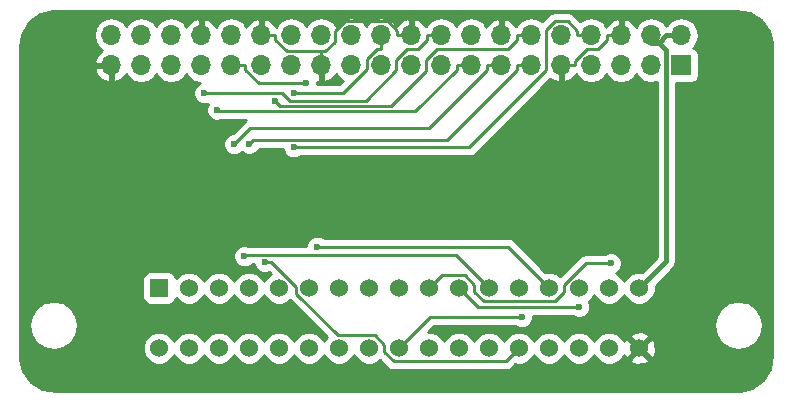
<source format=gtl>
G04 #@! TF.FileFunction,Copper,L1,Top,Signal*
%FSLAX46Y46*%
G04 Gerber Fmt 4.6, Leading zero omitted, Abs format (unit mm)*
G04 Created by KiCad (PCBNEW 4.0.7) date 03/27/18 21:51:39*
%MOMM*%
%LPD*%
G01*
G04 APERTURE LIST*
%ADD10C,0.100000*%
%ADD11R,1.524000X1.524000*%
%ADD12C,1.524000*%
%ADD13R,1.700000X1.700000*%
%ADD14O,1.700000X1.700000*%
%ADD15C,0.600000*%
%ADD16C,0.400000*%
%ADD17C,0.250000*%
%ADD18C,0.254000*%
G04 APERTURE END LIST*
D10*
D11*
X133350000Y-111760000D03*
D12*
X133350000Y-116840000D03*
X135890000Y-111760000D03*
X135890000Y-116840000D03*
X138430000Y-111760000D03*
X138430000Y-116840000D03*
X140970000Y-111760000D03*
X140970000Y-116840000D03*
X143510000Y-111760000D03*
X143510000Y-116840000D03*
X146050000Y-111760000D03*
X146050000Y-116840000D03*
X148590000Y-111760000D03*
X148590000Y-116840000D03*
X151130000Y-111760000D03*
X151130000Y-116840000D03*
X153670000Y-111760000D03*
X153670000Y-116840000D03*
X156210000Y-111760000D03*
X156210000Y-116840000D03*
X158750000Y-111760000D03*
X158750000Y-116840000D03*
X161290000Y-111760000D03*
X161290000Y-116840000D03*
X163830000Y-111760000D03*
X163830000Y-116840000D03*
X166370000Y-111760000D03*
X166370000Y-116840000D03*
X168910000Y-111760000D03*
X168910000Y-116840000D03*
X171450000Y-111760000D03*
X171450000Y-116840000D03*
X173990000Y-111760000D03*
X173990000Y-116840000D03*
D13*
X177546000Y-92887800D03*
D14*
X177546000Y-90347800D03*
X175006000Y-92887800D03*
X175006000Y-90347800D03*
X172466000Y-92887800D03*
X172466000Y-90347800D03*
X169926000Y-92887800D03*
X169926000Y-90347800D03*
X167386000Y-92887800D03*
X167386000Y-90347800D03*
X164846000Y-92887800D03*
X164846000Y-90347800D03*
X162306000Y-92887800D03*
X162306000Y-90347800D03*
X159766000Y-92887800D03*
X159766000Y-90347800D03*
X157226000Y-92887800D03*
X157226000Y-90347800D03*
X154686000Y-92887800D03*
X154686000Y-90347800D03*
X152146000Y-92887800D03*
X152146000Y-90347800D03*
X149606000Y-92887800D03*
X149606000Y-90347800D03*
X147066000Y-92887800D03*
X147066000Y-90347800D03*
X144526000Y-92887800D03*
X144526000Y-90347800D03*
X141986000Y-92887800D03*
X141986000Y-90347800D03*
X139446000Y-92887800D03*
X139446000Y-90347800D03*
X136906000Y-92887800D03*
X136906000Y-90347800D03*
X134366000Y-92887800D03*
X134366000Y-90347800D03*
X131826000Y-92887800D03*
X131826000Y-90347800D03*
X129286000Y-92887800D03*
X129286000Y-90347800D03*
D15*
X144736000Y-99830000D03*
X139709600Y-99570200D03*
X143174400Y-95905100D03*
X138245200Y-96677500D03*
X137143700Y-95258700D03*
X140978300Y-99539600D03*
X145766000Y-94396900D03*
X171614400Y-109655300D03*
X168920000Y-113328500D03*
X140576500Y-109056000D03*
X146735800Y-108241700D03*
X164075400Y-114224100D03*
X142284500Y-109549800D03*
X144751400Y-95276000D03*
D16*
X175006000Y-90347800D02*
X175006000Y-90972900D01*
X177546000Y-90347800D02*
X176295700Y-90347800D01*
X176295600Y-109454400D02*
X173990000Y-111760000D01*
X176295600Y-91597900D02*
X176295600Y-109454400D01*
X175670600Y-90972900D02*
X176295600Y-91597900D01*
X175006000Y-90972900D02*
X175670600Y-90972900D01*
X175670600Y-90972900D02*
X176295700Y-90347800D01*
D17*
X153510700Y-89980400D02*
X153510700Y-90347800D01*
X152702800Y-89172500D02*
X153510700Y-89980400D01*
X149100000Y-89172500D02*
X152702800Y-89172500D01*
X148241300Y-90031200D02*
X149100000Y-89172500D01*
X148241300Y-90904600D02*
X148241300Y-90031200D01*
X147433400Y-91712500D02*
X148241300Y-90904600D01*
X147066000Y-91712500D02*
X147433400Y-91712500D01*
X147066000Y-92887800D02*
X147066000Y-91712500D01*
X154686000Y-90347800D02*
X153510700Y-90347800D01*
X144158700Y-91712500D02*
X147066000Y-91712500D01*
X143161300Y-90715100D02*
X144158700Y-91712500D01*
X143161300Y-90347800D02*
X143161300Y-90715100D01*
X141986000Y-90347800D02*
X143161300Y-90347800D01*
X171290700Y-90715200D02*
X171290700Y-90347800D01*
X170482800Y-91523100D02*
X171290700Y-90715200D01*
X169558600Y-91523100D02*
X170482800Y-91523100D01*
X168561300Y-92520400D02*
X169558600Y-91523100D01*
X168561300Y-92887800D02*
X168561300Y-92520400D01*
X167386000Y-92887800D02*
X168561300Y-92887800D01*
X172466000Y-90347800D02*
X171290700Y-90347800D01*
X159615400Y-99830000D02*
X144736000Y-99830000D01*
X166116000Y-93329400D02*
X159615400Y-99830000D01*
X166116000Y-89882500D02*
X166116000Y-93329400D01*
X166840700Y-89157800D02*
X166116000Y-89882500D01*
X167928000Y-89157800D02*
X166840700Y-89157800D01*
X168750700Y-89980500D02*
X167928000Y-89157800D01*
X168750700Y-90347800D02*
X168750700Y-89980500D01*
X169926000Y-90347800D02*
X168750700Y-90347800D01*
X141067200Y-98212600D02*
X139709600Y-99570200D01*
X156173200Y-98212600D02*
X141067200Y-98212600D01*
X161130700Y-93255100D02*
X156173200Y-98212600D01*
X161130700Y-92887800D02*
X161130700Y-93255100D01*
X162306000Y-92887800D02*
X161130700Y-92887800D01*
X164846000Y-90347800D02*
X163670700Y-90347800D01*
X163670700Y-90715200D02*
X163670700Y-90347800D01*
X162862800Y-91523100D02*
X163670700Y-90715200D01*
X156889700Y-91523100D02*
X162862800Y-91523100D01*
X155956000Y-92456800D02*
X156889700Y-91523100D01*
X155956000Y-93360500D02*
X155956000Y-92456800D01*
X152961100Y-96355400D02*
X155956000Y-93360500D01*
X143624700Y-96355400D02*
X152961100Y-96355400D01*
X143174400Y-95905100D02*
X143624700Y-96355400D01*
X159766000Y-92887800D02*
X158590700Y-92887800D01*
X138373400Y-96805700D02*
X138245200Y-96677500D01*
X155040200Y-96805700D02*
X138373400Y-96805700D01*
X158590700Y-93255200D02*
X155040200Y-96805700D01*
X158590700Y-92887800D02*
X158590700Y-93255200D01*
X143759200Y-95258700D02*
X137143700Y-95258700D01*
X144403700Y-95903200D02*
X143759200Y-95258700D01*
X150822200Y-95903200D02*
X144403700Y-95903200D01*
X153416000Y-93309400D02*
X150822200Y-95903200D01*
X153416000Y-92456800D02*
X153416000Y-93309400D01*
X154349700Y-91523100D02*
X153416000Y-92456800D01*
X155242800Y-91523100D02*
X154349700Y-91523100D01*
X156050700Y-90715200D02*
X155242800Y-91523100D01*
X156050700Y-90347800D02*
X156050700Y-90715200D01*
X157226000Y-90347800D02*
X156050700Y-90347800D01*
X164846000Y-92887800D02*
X163670700Y-92887800D01*
X141313200Y-99204700D02*
X140978300Y-99539600D01*
X157721100Y-99204700D02*
X141313200Y-99204700D01*
X163670700Y-93255100D02*
X157721100Y-99204700D01*
X163670700Y-92887800D02*
X163670700Y-93255100D01*
X141763100Y-94396900D02*
X145766000Y-94396900D01*
X140621300Y-93255100D02*
X141763100Y-94396900D01*
X140621300Y-92887800D02*
X140621300Y-93255100D01*
X139446000Y-92887800D02*
X140621300Y-92887800D01*
X157306000Y-110664000D02*
X156210000Y-111760000D01*
X159207200Y-110664000D02*
X157306000Y-110664000D01*
X160020000Y-111476800D02*
X159207200Y-110664000D01*
X160020000Y-112060000D02*
X160020000Y-111476800D01*
X160831200Y-112871200D02*
X160020000Y-112060000D01*
X166848900Y-112871200D02*
X160831200Y-112871200D01*
X167640000Y-112080100D02*
X166848900Y-112871200D01*
X167640000Y-111483100D02*
X167640000Y-112080100D01*
X169467800Y-109655300D02*
X167640000Y-111483100D01*
X171614400Y-109655300D02*
X169467800Y-109655300D01*
X160318500Y-113328500D02*
X168920000Y-113328500D01*
X158750000Y-111760000D02*
X160318500Y-113328500D01*
X140708000Y-108924500D02*
X140576500Y-109056000D01*
X158454500Y-108924500D02*
X140708000Y-108924500D01*
X161290000Y-111760000D02*
X158454500Y-108924500D01*
X162851700Y-108241700D02*
X166370000Y-111760000D01*
X146735800Y-108241700D02*
X162851700Y-108241700D01*
X156285900Y-114224100D02*
X164075400Y-114224100D01*
X153670000Y-116840000D02*
X156285900Y-114224100D01*
X142853500Y-109549800D02*
X142284500Y-109549800D01*
X144962600Y-111658900D02*
X142853500Y-109549800D01*
X144962600Y-112215300D02*
X144962600Y-111658900D01*
X148499900Y-115752600D02*
X144962600Y-112215300D01*
X151613100Y-115752600D02*
X148499900Y-115752600D01*
X152400000Y-116539500D02*
X151613100Y-115752600D01*
X152400000Y-117151700D02*
X152400000Y-116539500D01*
X153196800Y-117948500D02*
X152400000Y-117151700D01*
X162721500Y-117948500D02*
X153196800Y-117948500D01*
X163830000Y-116840000D02*
X162721500Y-117948500D01*
X152146000Y-90347800D02*
X152146000Y-91523100D01*
X148893100Y-95276000D02*
X144751400Y-95276000D01*
X150970700Y-93198400D02*
X148893100Y-95276000D01*
X150970700Y-92331000D02*
X150970700Y-93198400D01*
X151778600Y-91523100D02*
X150970700Y-92331000D01*
X152146000Y-91523100D02*
X151778600Y-91523100D01*
D18*
G36*
X183395835Y-88478616D02*
X184332571Y-89057093D01*
X184978153Y-89952124D01*
X185241252Y-91030782D01*
X185241252Y-117463290D01*
X185054726Y-118615283D01*
X184476247Y-119552020D01*
X183581218Y-120197601D01*
X182492147Y-120463240D01*
X124616559Y-120463240D01*
X123446717Y-120273824D01*
X122509980Y-119695345D01*
X121864399Y-118800316D01*
X121601300Y-117721658D01*
X121601300Y-114909600D01*
X122311756Y-114909600D01*
X122471295Y-115711655D01*
X122925623Y-116391605D01*
X123605573Y-116845933D01*
X124407628Y-117005472D01*
X125209683Y-116845933D01*
X125889633Y-116391605D01*
X126343961Y-115711655D01*
X126503500Y-114909600D01*
X126343961Y-114107545D01*
X125889633Y-113427595D01*
X125209683Y-112973267D01*
X124407628Y-112813728D01*
X123605573Y-112973267D01*
X122925623Y-113427595D01*
X122471295Y-114107545D01*
X122311756Y-114909600D01*
X121601300Y-114909600D01*
X121601300Y-93244692D01*
X127844514Y-93244692D01*
X128090817Y-93769158D01*
X128519076Y-94159445D01*
X128929110Y-94329276D01*
X129159000Y-94207955D01*
X129159000Y-93014800D01*
X127965181Y-93014800D01*
X127844514Y-93244692D01*
X121601300Y-93244692D01*
X121601300Y-91299876D01*
X121760166Y-90318707D01*
X127801000Y-90318707D01*
X127801000Y-90376893D01*
X127914039Y-90945178D01*
X128235946Y-91426947D01*
X128519101Y-91616145D01*
X128519076Y-91616155D01*
X128090817Y-92006442D01*
X127844514Y-92530908D01*
X127965181Y-92760800D01*
X129159000Y-92760800D01*
X129159000Y-92740800D01*
X129413000Y-92740800D01*
X129413000Y-92760800D01*
X129433000Y-92760800D01*
X129433000Y-93014800D01*
X129413000Y-93014800D01*
X129413000Y-94207955D01*
X129642890Y-94329276D01*
X130052924Y-94159445D01*
X130481183Y-93769158D01*
X130548298Y-93626247D01*
X130775946Y-93966947D01*
X131257715Y-94288854D01*
X131826000Y-94401893D01*
X132394285Y-94288854D01*
X132876054Y-93966947D01*
X133096000Y-93637774D01*
X133315946Y-93966947D01*
X133797715Y-94288854D01*
X134366000Y-94401893D01*
X134934285Y-94288854D01*
X135416054Y-93966947D01*
X135636000Y-93637774D01*
X135855946Y-93966947D01*
X136337715Y-94288854D01*
X136813452Y-94383484D01*
X136614757Y-94465583D01*
X136351508Y-94728373D01*
X136208862Y-95071901D01*
X136208538Y-95443867D01*
X136350583Y-95787643D01*
X136613373Y-96050892D01*
X136956901Y-96193538D01*
X137328867Y-96193862D01*
X137460879Y-96139316D01*
X137453008Y-96147173D01*
X137310362Y-96490701D01*
X137310038Y-96862667D01*
X137452083Y-97206443D01*
X137714873Y-97469692D01*
X138058401Y-97612338D01*
X138430367Y-97612662D01*
X138544024Y-97565700D01*
X140693676Y-97565700D01*
X140529799Y-97675199D01*
X139569920Y-98635078D01*
X139524433Y-98635038D01*
X139180657Y-98777083D01*
X138917408Y-99039873D01*
X138774762Y-99383401D01*
X138774438Y-99755367D01*
X138916483Y-100099143D01*
X139179273Y-100362392D01*
X139522801Y-100505038D01*
X139894767Y-100505362D01*
X140238543Y-100363317D01*
X140359203Y-100242867D01*
X140447973Y-100331792D01*
X140791501Y-100474438D01*
X141163467Y-100474762D01*
X141507243Y-100332717D01*
X141770492Y-100069927D01*
X141814186Y-99964700D01*
X143800882Y-99964700D01*
X143800838Y-100015167D01*
X143942883Y-100358943D01*
X144205673Y-100622192D01*
X144549201Y-100764838D01*
X144921167Y-100765162D01*
X145264943Y-100623117D01*
X145298118Y-100590000D01*
X159615400Y-100590000D01*
X159906239Y-100532148D01*
X160152801Y-100367401D01*
X166483925Y-94036277D01*
X166619076Y-94159445D01*
X167029110Y-94329276D01*
X167259000Y-94207955D01*
X167259000Y-93014800D01*
X167239000Y-93014800D01*
X167239000Y-92760800D01*
X167259000Y-92760800D01*
X167259000Y-92740800D01*
X167513000Y-92740800D01*
X167513000Y-92760800D01*
X167533000Y-92760800D01*
X167533000Y-93014800D01*
X167513000Y-93014800D01*
X167513000Y-94207955D01*
X167742890Y-94329276D01*
X168152924Y-94159445D01*
X168581183Y-93769158D01*
X168648298Y-93626247D01*
X168875946Y-93966947D01*
X169357715Y-94288854D01*
X169926000Y-94401893D01*
X170494285Y-94288854D01*
X170976054Y-93966947D01*
X171196000Y-93637774D01*
X171415946Y-93966947D01*
X171897715Y-94288854D01*
X172466000Y-94401893D01*
X173034285Y-94288854D01*
X173516054Y-93966947D01*
X173736000Y-93637774D01*
X173955946Y-93966947D01*
X174437715Y-94288854D01*
X175006000Y-94401893D01*
X175460600Y-94311467D01*
X175460600Y-109108532D01*
X174205944Y-110363188D01*
X173713339Y-110362758D01*
X173199697Y-110574990D01*
X172806371Y-110967630D01*
X172720051Y-111175512D01*
X172635010Y-110969697D01*
X172242370Y-110576371D01*
X172038524Y-110491727D01*
X172143343Y-110448417D01*
X172406592Y-110185627D01*
X172549238Y-109842099D01*
X172549562Y-109470133D01*
X172407517Y-109126357D01*
X172144727Y-108863108D01*
X171801199Y-108720462D01*
X171429233Y-108720138D01*
X171085457Y-108862183D01*
X171052282Y-108895300D01*
X169467800Y-108895300D01*
X169176961Y-108953152D01*
X168930399Y-109117899D01*
X167317013Y-110731285D01*
X167162370Y-110576371D01*
X166649100Y-110363243D01*
X166093339Y-110362758D01*
X166060945Y-110376143D01*
X163389101Y-107704299D01*
X163142539Y-107539552D01*
X162851700Y-107481700D01*
X147298263Y-107481700D01*
X147266127Y-107449508D01*
X146922599Y-107306862D01*
X146550633Y-107306538D01*
X146206857Y-107448583D01*
X145943608Y-107711373D01*
X145800962Y-108054901D01*
X145800867Y-108164500D01*
X140867668Y-108164500D01*
X140763299Y-108121162D01*
X140391333Y-108120838D01*
X140047557Y-108262883D01*
X139784308Y-108525673D01*
X139641662Y-108869201D01*
X139641338Y-109241167D01*
X139783383Y-109584943D01*
X140046173Y-109848192D01*
X140389701Y-109990838D01*
X140761667Y-109991162D01*
X141105443Y-109849117D01*
X141270348Y-109684500D01*
X141349382Y-109684500D01*
X141349338Y-109734967D01*
X141491383Y-110078743D01*
X141754173Y-110341992D01*
X142097701Y-110484638D01*
X142469667Y-110484962D01*
X142642463Y-110413565D01*
X142779272Y-110550374D01*
X142719697Y-110574990D01*
X142326371Y-110967630D01*
X142240051Y-111175512D01*
X142155010Y-110969697D01*
X141762370Y-110576371D01*
X141249100Y-110363243D01*
X140693339Y-110362758D01*
X140179697Y-110574990D01*
X139786371Y-110967630D01*
X139700051Y-111175512D01*
X139615010Y-110969697D01*
X139222370Y-110576371D01*
X138709100Y-110363243D01*
X138153339Y-110362758D01*
X137639697Y-110574990D01*
X137246371Y-110967630D01*
X137160051Y-111175512D01*
X137075010Y-110969697D01*
X136682370Y-110576371D01*
X136169100Y-110363243D01*
X135613339Y-110362758D01*
X135099697Y-110574990D01*
X134746237Y-110927833D01*
X134715162Y-110762683D01*
X134576090Y-110546559D01*
X134363890Y-110401569D01*
X134112000Y-110350560D01*
X132588000Y-110350560D01*
X132352683Y-110394838D01*
X132136559Y-110533910D01*
X131991569Y-110746110D01*
X131940560Y-110998000D01*
X131940560Y-112522000D01*
X131984838Y-112757317D01*
X132123910Y-112973441D01*
X132336110Y-113118431D01*
X132588000Y-113169440D01*
X134112000Y-113169440D01*
X134347317Y-113125162D01*
X134563441Y-112986090D01*
X134708431Y-112773890D01*
X134745492Y-112590876D01*
X135097630Y-112943629D01*
X135610900Y-113156757D01*
X136166661Y-113157242D01*
X136680303Y-112945010D01*
X137073629Y-112552370D01*
X137159949Y-112344488D01*
X137244990Y-112550303D01*
X137637630Y-112943629D01*
X138150900Y-113156757D01*
X138706661Y-113157242D01*
X139220303Y-112945010D01*
X139613629Y-112552370D01*
X139699949Y-112344488D01*
X139784990Y-112550303D01*
X140177630Y-112943629D01*
X140690900Y-113156757D01*
X141246661Y-113157242D01*
X141760303Y-112945010D01*
X142153629Y-112552370D01*
X142239949Y-112344488D01*
X142324990Y-112550303D01*
X142717630Y-112943629D01*
X143230900Y-113156757D01*
X143786661Y-113157242D01*
X144300303Y-112945010D01*
X144459044Y-112786546D01*
X147563386Y-115890888D01*
X147406371Y-116047630D01*
X147320051Y-116255512D01*
X147235010Y-116049697D01*
X146842370Y-115656371D01*
X146329100Y-115443243D01*
X145773339Y-115442758D01*
X145259697Y-115654990D01*
X144866371Y-116047630D01*
X144780051Y-116255512D01*
X144695010Y-116049697D01*
X144302370Y-115656371D01*
X143789100Y-115443243D01*
X143233339Y-115442758D01*
X142719697Y-115654990D01*
X142326371Y-116047630D01*
X142240051Y-116255512D01*
X142155010Y-116049697D01*
X141762370Y-115656371D01*
X141249100Y-115443243D01*
X140693339Y-115442758D01*
X140179697Y-115654990D01*
X139786371Y-116047630D01*
X139700051Y-116255512D01*
X139615010Y-116049697D01*
X139222370Y-115656371D01*
X138709100Y-115443243D01*
X138153339Y-115442758D01*
X137639697Y-115654990D01*
X137246371Y-116047630D01*
X137160051Y-116255512D01*
X137075010Y-116049697D01*
X136682370Y-115656371D01*
X136169100Y-115443243D01*
X135613339Y-115442758D01*
X135099697Y-115654990D01*
X134706371Y-116047630D01*
X134620051Y-116255512D01*
X134535010Y-116049697D01*
X134142370Y-115656371D01*
X133629100Y-115443243D01*
X133073339Y-115442758D01*
X132559697Y-115654990D01*
X132166371Y-116047630D01*
X131953243Y-116560900D01*
X131952758Y-117116661D01*
X132164990Y-117630303D01*
X132557630Y-118023629D01*
X133070900Y-118236757D01*
X133626661Y-118237242D01*
X134140303Y-118025010D01*
X134533629Y-117632370D01*
X134619949Y-117424488D01*
X134704990Y-117630303D01*
X135097630Y-118023629D01*
X135610900Y-118236757D01*
X136166661Y-118237242D01*
X136680303Y-118025010D01*
X137073629Y-117632370D01*
X137159949Y-117424488D01*
X137244990Y-117630303D01*
X137637630Y-118023629D01*
X138150900Y-118236757D01*
X138706661Y-118237242D01*
X139220303Y-118025010D01*
X139613629Y-117632370D01*
X139699949Y-117424488D01*
X139784990Y-117630303D01*
X140177630Y-118023629D01*
X140690900Y-118236757D01*
X141246661Y-118237242D01*
X141760303Y-118025010D01*
X142153629Y-117632370D01*
X142239949Y-117424488D01*
X142324990Y-117630303D01*
X142717630Y-118023629D01*
X143230900Y-118236757D01*
X143786661Y-118237242D01*
X144300303Y-118025010D01*
X144693629Y-117632370D01*
X144779949Y-117424488D01*
X144864990Y-117630303D01*
X145257630Y-118023629D01*
X145770900Y-118236757D01*
X146326661Y-118237242D01*
X146840303Y-118025010D01*
X147233629Y-117632370D01*
X147319949Y-117424488D01*
X147404990Y-117630303D01*
X147797630Y-118023629D01*
X148310900Y-118236757D01*
X148866661Y-118237242D01*
X149380303Y-118025010D01*
X149773629Y-117632370D01*
X149859949Y-117424488D01*
X149944990Y-117630303D01*
X150337630Y-118023629D01*
X150850900Y-118236757D01*
X151406661Y-118237242D01*
X151920303Y-118025010D01*
X152059527Y-117886029D01*
X152659399Y-118485901D01*
X152905960Y-118650648D01*
X153196800Y-118708500D01*
X162721500Y-118708500D01*
X163012339Y-118650648D01*
X163258901Y-118485901D01*
X163520619Y-118224183D01*
X163550900Y-118236757D01*
X164106661Y-118237242D01*
X164620303Y-118025010D01*
X165013629Y-117632370D01*
X165099949Y-117424488D01*
X165184990Y-117630303D01*
X165577630Y-118023629D01*
X166090900Y-118236757D01*
X166646661Y-118237242D01*
X167160303Y-118025010D01*
X167553629Y-117632370D01*
X167639949Y-117424488D01*
X167724990Y-117630303D01*
X168117630Y-118023629D01*
X168630900Y-118236757D01*
X169186661Y-118237242D01*
X169700303Y-118025010D01*
X170093629Y-117632370D01*
X170179949Y-117424488D01*
X170264990Y-117630303D01*
X170657630Y-118023629D01*
X171170900Y-118236757D01*
X171726661Y-118237242D01*
X172240303Y-118025010D01*
X172445457Y-117820213D01*
X173189392Y-117820213D01*
X173258857Y-118062397D01*
X173782302Y-118249144D01*
X174337368Y-118221362D01*
X174721143Y-118062397D01*
X174790608Y-117820213D01*
X173990000Y-117019605D01*
X173189392Y-117820213D01*
X172445457Y-117820213D01*
X172633629Y-117632370D01*
X172713395Y-117440273D01*
X172767603Y-117571143D01*
X173009787Y-117640608D01*
X173810395Y-116840000D01*
X174169605Y-116840000D01*
X174970213Y-117640608D01*
X175212397Y-117571143D01*
X175399144Y-117047698D01*
X175371362Y-116492632D01*
X175212397Y-116108857D01*
X174970213Y-116039392D01*
X174169605Y-116840000D01*
X173810395Y-116840000D01*
X173009787Y-116039392D01*
X172767603Y-116108857D01*
X172717491Y-116249318D01*
X172635010Y-116049697D01*
X172445432Y-115859787D01*
X173189392Y-115859787D01*
X173990000Y-116660395D01*
X174790608Y-115859787D01*
X174721143Y-115617603D01*
X174197698Y-115430856D01*
X173642632Y-115458638D01*
X173258857Y-115617603D01*
X173189392Y-115859787D01*
X172445432Y-115859787D01*
X172242370Y-115656371D01*
X171729100Y-115443243D01*
X171173339Y-115442758D01*
X170659697Y-115654990D01*
X170266371Y-116047630D01*
X170180051Y-116255512D01*
X170095010Y-116049697D01*
X169702370Y-115656371D01*
X169189100Y-115443243D01*
X168633339Y-115442758D01*
X168119697Y-115654990D01*
X167726371Y-116047630D01*
X167640051Y-116255512D01*
X167555010Y-116049697D01*
X167162370Y-115656371D01*
X166649100Y-115443243D01*
X166093339Y-115442758D01*
X165579697Y-115654990D01*
X165186371Y-116047630D01*
X165100051Y-116255512D01*
X165015010Y-116049697D01*
X164622370Y-115656371D01*
X164109100Y-115443243D01*
X163553339Y-115442758D01*
X163039697Y-115654990D01*
X162646371Y-116047630D01*
X162560051Y-116255512D01*
X162475010Y-116049697D01*
X162082370Y-115656371D01*
X161569100Y-115443243D01*
X161013339Y-115442758D01*
X160499697Y-115654990D01*
X160106371Y-116047630D01*
X160020051Y-116255512D01*
X159935010Y-116049697D01*
X159542370Y-115656371D01*
X159029100Y-115443243D01*
X158473339Y-115442758D01*
X157959697Y-115654990D01*
X157566371Y-116047630D01*
X157480051Y-116255512D01*
X157395010Y-116049697D01*
X157002370Y-115656371D01*
X156489100Y-115443243D01*
X156141862Y-115442940D01*
X156600702Y-114984100D01*
X163512937Y-114984100D01*
X163545073Y-115016292D01*
X163888601Y-115158938D01*
X164260567Y-115159262D01*
X164604343Y-115017217D01*
X164712147Y-114909600D01*
X180301528Y-114909600D01*
X180461067Y-115711655D01*
X180915395Y-116391605D01*
X181595345Y-116845933D01*
X182397400Y-117005472D01*
X183199455Y-116845933D01*
X183879405Y-116391605D01*
X184333733Y-115711655D01*
X184493272Y-114909600D01*
X184333733Y-114107545D01*
X183879405Y-113427595D01*
X183199455Y-112973267D01*
X182397400Y-112813728D01*
X181595345Y-112973267D01*
X180915395Y-113427595D01*
X180461067Y-114107545D01*
X180301528Y-114909600D01*
X164712147Y-114909600D01*
X164867592Y-114754427D01*
X165010238Y-114410899D01*
X165010519Y-114088500D01*
X168357537Y-114088500D01*
X168389673Y-114120692D01*
X168733201Y-114263338D01*
X169105167Y-114263662D01*
X169448943Y-114121617D01*
X169712192Y-113858827D01*
X169854838Y-113515299D01*
X169855162Y-113143333D01*
X169751924Y-112893479D01*
X170093629Y-112552370D01*
X170179949Y-112344488D01*
X170264990Y-112550303D01*
X170657630Y-112943629D01*
X171170900Y-113156757D01*
X171726661Y-113157242D01*
X172240303Y-112945010D01*
X172633629Y-112552370D01*
X172719949Y-112344488D01*
X172804990Y-112550303D01*
X173197630Y-112943629D01*
X173710900Y-113156757D01*
X174266661Y-113157242D01*
X174780303Y-112945010D01*
X175173629Y-112552370D01*
X175386757Y-112039100D01*
X175387189Y-111543679D01*
X176886034Y-110044834D01*
X177067040Y-109773940D01*
X177130600Y-109454400D01*
X177130600Y-94385240D01*
X178396000Y-94385240D01*
X178631317Y-94340962D01*
X178847441Y-94201890D01*
X178992431Y-93989690D01*
X179043440Y-93737800D01*
X179043440Y-92037800D01*
X178999162Y-91802483D01*
X178860090Y-91586359D01*
X178647890Y-91441369D01*
X178591546Y-91429959D01*
X178596054Y-91426947D01*
X178917961Y-90945178D01*
X179031000Y-90376893D01*
X179031000Y-90318707D01*
X178917961Y-89750422D01*
X178596054Y-89268653D01*
X178114285Y-88946746D01*
X177546000Y-88833707D01*
X176977715Y-88946746D01*
X176495946Y-89268653D01*
X176332813Y-89512800D01*
X176295700Y-89512800D01*
X176228164Y-89526234D01*
X176056054Y-89268653D01*
X175574285Y-88946746D01*
X175006000Y-88833707D01*
X174437715Y-88946746D01*
X173955946Y-89268653D01*
X173728298Y-89609353D01*
X173661183Y-89466442D01*
X173232924Y-89076155D01*
X172822890Y-88906324D01*
X172593000Y-89027645D01*
X172593000Y-90220800D01*
X172613000Y-90220800D01*
X172613000Y-90474800D01*
X172593000Y-90474800D01*
X172593000Y-90494800D01*
X172339000Y-90494800D01*
X172339000Y-90474800D01*
X172319000Y-90474800D01*
X172319000Y-90220800D01*
X172339000Y-90220800D01*
X172339000Y-89027645D01*
X172109110Y-88906324D01*
X171699076Y-89076155D01*
X171270817Y-89466442D01*
X171203702Y-89609353D01*
X170976054Y-89268653D01*
X170494285Y-88946746D01*
X169926000Y-88833707D01*
X169357715Y-88946746D01*
X169018443Y-89173440D01*
X168465401Y-88620399D01*
X168218839Y-88455652D01*
X167928000Y-88397800D01*
X166840700Y-88397800D01*
X166549861Y-88455652D01*
X166303299Y-88620399D01*
X165751580Y-89172118D01*
X165414285Y-88946746D01*
X164846000Y-88833707D01*
X164277715Y-88946746D01*
X163795946Y-89268653D01*
X163569210Y-89607988D01*
X163567789Y-89608270D01*
X163501183Y-89466442D01*
X163072924Y-89076155D01*
X162662890Y-88906324D01*
X162433000Y-89027645D01*
X162433000Y-90220800D01*
X162453000Y-90220800D01*
X162453000Y-90474800D01*
X162433000Y-90474800D01*
X162433000Y-90494800D01*
X162179000Y-90494800D01*
X162179000Y-90474800D01*
X162159000Y-90474800D01*
X162159000Y-90220800D01*
X162179000Y-90220800D01*
X162179000Y-89027645D01*
X161949110Y-88906324D01*
X161539076Y-89076155D01*
X161110817Y-89466442D01*
X161043702Y-89609353D01*
X160816054Y-89268653D01*
X160334285Y-88946746D01*
X159766000Y-88833707D01*
X159197715Y-88946746D01*
X158715946Y-89268653D01*
X158496000Y-89597826D01*
X158276054Y-89268653D01*
X157794285Y-88946746D01*
X157226000Y-88833707D01*
X156657715Y-88946746D01*
X156175946Y-89268653D01*
X155949210Y-89607988D01*
X155947789Y-89608270D01*
X155881183Y-89466442D01*
X155452924Y-89076155D01*
X155042890Y-88906324D01*
X154813000Y-89027645D01*
X154813000Y-90220800D01*
X154833000Y-90220800D01*
X154833000Y-90474800D01*
X154813000Y-90474800D01*
X154813000Y-90494800D01*
X154559000Y-90494800D01*
X154559000Y-90474800D01*
X154539000Y-90474800D01*
X154539000Y-90220800D01*
X154559000Y-90220800D01*
X154559000Y-89027645D01*
X154329110Y-88906324D01*
X153919076Y-89076155D01*
X153490817Y-89466442D01*
X153423702Y-89609353D01*
X153196054Y-89268653D01*
X152714285Y-88946746D01*
X152146000Y-88833707D01*
X151577715Y-88946746D01*
X151095946Y-89268653D01*
X150876000Y-89597826D01*
X150656054Y-89268653D01*
X150174285Y-88946746D01*
X149606000Y-88833707D01*
X149037715Y-88946746D01*
X148555946Y-89268653D01*
X148336000Y-89597826D01*
X148116054Y-89268653D01*
X147634285Y-88946746D01*
X147066000Y-88833707D01*
X146497715Y-88946746D01*
X146015946Y-89268653D01*
X145796000Y-89597826D01*
X145576054Y-89268653D01*
X145094285Y-88946746D01*
X144526000Y-88833707D01*
X143957715Y-88946746D01*
X143475946Y-89268653D01*
X143248298Y-89609353D01*
X143181183Y-89466442D01*
X142752924Y-89076155D01*
X142342890Y-88906324D01*
X142113000Y-89027645D01*
X142113000Y-90220800D01*
X142133000Y-90220800D01*
X142133000Y-90474800D01*
X142113000Y-90474800D01*
X142113000Y-90494800D01*
X141859000Y-90494800D01*
X141859000Y-90474800D01*
X141839000Y-90474800D01*
X141839000Y-90220800D01*
X141859000Y-90220800D01*
X141859000Y-89027645D01*
X141629110Y-88906324D01*
X141219076Y-89076155D01*
X140790817Y-89466442D01*
X140723702Y-89609353D01*
X140496054Y-89268653D01*
X140014285Y-88946746D01*
X139446000Y-88833707D01*
X138877715Y-88946746D01*
X138395946Y-89268653D01*
X138168298Y-89609353D01*
X138101183Y-89466442D01*
X137672924Y-89076155D01*
X137262890Y-88906324D01*
X137033000Y-89027645D01*
X137033000Y-90220800D01*
X137053000Y-90220800D01*
X137053000Y-90474800D01*
X137033000Y-90474800D01*
X137033000Y-90494800D01*
X136779000Y-90494800D01*
X136779000Y-90474800D01*
X136759000Y-90474800D01*
X136759000Y-90220800D01*
X136779000Y-90220800D01*
X136779000Y-89027645D01*
X136549110Y-88906324D01*
X136139076Y-89076155D01*
X135710817Y-89466442D01*
X135643702Y-89609353D01*
X135416054Y-89268653D01*
X134934285Y-88946746D01*
X134366000Y-88833707D01*
X133797715Y-88946746D01*
X133315946Y-89268653D01*
X133096000Y-89597826D01*
X132876054Y-89268653D01*
X132394285Y-88946746D01*
X131826000Y-88833707D01*
X131257715Y-88946746D01*
X130775946Y-89268653D01*
X130556000Y-89597826D01*
X130336054Y-89268653D01*
X129854285Y-88946746D01*
X129286000Y-88833707D01*
X128717715Y-88946746D01*
X128235946Y-89268653D01*
X127914039Y-89750422D01*
X127801000Y-90318707D01*
X121760166Y-90318707D01*
X121789974Y-90134617D01*
X122368451Y-89197881D01*
X123263482Y-88552299D01*
X124342140Y-88289200D01*
X182225993Y-88289200D01*
X183395835Y-88478616D01*
X183395835Y-88478616D01*
G37*
X183395835Y-88478616D02*
X184332571Y-89057093D01*
X184978153Y-89952124D01*
X185241252Y-91030782D01*
X185241252Y-117463290D01*
X185054726Y-118615283D01*
X184476247Y-119552020D01*
X183581218Y-120197601D01*
X182492147Y-120463240D01*
X124616559Y-120463240D01*
X123446717Y-120273824D01*
X122509980Y-119695345D01*
X121864399Y-118800316D01*
X121601300Y-117721658D01*
X121601300Y-114909600D01*
X122311756Y-114909600D01*
X122471295Y-115711655D01*
X122925623Y-116391605D01*
X123605573Y-116845933D01*
X124407628Y-117005472D01*
X125209683Y-116845933D01*
X125889633Y-116391605D01*
X126343961Y-115711655D01*
X126503500Y-114909600D01*
X126343961Y-114107545D01*
X125889633Y-113427595D01*
X125209683Y-112973267D01*
X124407628Y-112813728D01*
X123605573Y-112973267D01*
X122925623Y-113427595D01*
X122471295Y-114107545D01*
X122311756Y-114909600D01*
X121601300Y-114909600D01*
X121601300Y-93244692D01*
X127844514Y-93244692D01*
X128090817Y-93769158D01*
X128519076Y-94159445D01*
X128929110Y-94329276D01*
X129159000Y-94207955D01*
X129159000Y-93014800D01*
X127965181Y-93014800D01*
X127844514Y-93244692D01*
X121601300Y-93244692D01*
X121601300Y-91299876D01*
X121760166Y-90318707D01*
X127801000Y-90318707D01*
X127801000Y-90376893D01*
X127914039Y-90945178D01*
X128235946Y-91426947D01*
X128519101Y-91616145D01*
X128519076Y-91616155D01*
X128090817Y-92006442D01*
X127844514Y-92530908D01*
X127965181Y-92760800D01*
X129159000Y-92760800D01*
X129159000Y-92740800D01*
X129413000Y-92740800D01*
X129413000Y-92760800D01*
X129433000Y-92760800D01*
X129433000Y-93014800D01*
X129413000Y-93014800D01*
X129413000Y-94207955D01*
X129642890Y-94329276D01*
X130052924Y-94159445D01*
X130481183Y-93769158D01*
X130548298Y-93626247D01*
X130775946Y-93966947D01*
X131257715Y-94288854D01*
X131826000Y-94401893D01*
X132394285Y-94288854D01*
X132876054Y-93966947D01*
X133096000Y-93637774D01*
X133315946Y-93966947D01*
X133797715Y-94288854D01*
X134366000Y-94401893D01*
X134934285Y-94288854D01*
X135416054Y-93966947D01*
X135636000Y-93637774D01*
X135855946Y-93966947D01*
X136337715Y-94288854D01*
X136813452Y-94383484D01*
X136614757Y-94465583D01*
X136351508Y-94728373D01*
X136208862Y-95071901D01*
X136208538Y-95443867D01*
X136350583Y-95787643D01*
X136613373Y-96050892D01*
X136956901Y-96193538D01*
X137328867Y-96193862D01*
X137460879Y-96139316D01*
X137453008Y-96147173D01*
X137310362Y-96490701D01*
X137310038Y-96862667D01*
X137452083Y-97206443D01*
X137714873Y-97469692D01*
X138058401Y-97612338D01*
X138430367Y-97612662D01*
X138544024Y-97565700D01*
X140693676Y-97565700D01*
X140529799Y-97675199D01*
X139569920Y-98635078D01*
X139524433Y-98635038D01*
X139180657Y-98777083D01*
X138917408Y-99039873D01*
X138774762Y-99383401D01*
X138774438Y-99755367D01*
X138916483Y-100099143D01*
X139179273Y-100362392D01*
X139522801Y-100505038D01*
X139894767Y-100505362D01*
X140238543Y-100363317D01*
X140359203Y-100242867D01*
X140447973Y-100331792D01*
X140791501Y-100474438D01*
X141163467Y-100474762D01*
X141507243Y-100332717D01*
X141770492Y-100069927D01*
X141814186Y-99964700D01*
X143800882Y-99964700D01*
X143800838Y-100015167D01*
X143942883Y-100358943D01*
X144205673Y-100622192D01*
X144549201Y-100764838D01*
X144921167Y-100765162D01*
X145264943Y-100623117D01*
X145298118Y-100590000D01*
X159615400Y-100590000D01*
X159906239Y-100532148D01*
X160152801Y-100367401D01*
X166483925Y-94036277D01*
X166619076Y-94159445D01*
X167029110Y-94329276D01*
X167259000Y-94207955D01*
X167259000Y-93014800D01*
X167239000Y-93014800D01*
X167239000Y-92760800D01*
X167259000Y-92760800D01*
X167259000Y-92740800D01*
X167513000Y-92740800D01*
X167513000Y-92760800D01*
X167533000Y-92760800D01*
X167533000Y-93014800D01*
X167513000Y-93014800D01*
X167513000Y-94207955D01*
X167742890Y-94329276D01*
X168152924Y-94159445D01*
X168581183Y-93769158D01*
X168648298Y-93626247D01*
X168875946Y-93966947D01*
X169357715Y-94288854D01*
X169926000Y-94401893D01*
X170494285Y-94288854D01*
X170976054Y-93966947D01*
X171196000Y-93637774D01*
X171415946Y-93966947D01*
X171897715Y-94288854D01*
X172466000Y-94401893D01*
X173034285Y-94288854D01*
X173516054Y-93966947D01*
X173736000Y-93637774D01*
X173955946Y-93966947D01*
X174437715Y-94288854D01*
X175006000Y-94401893D01*
X175460600Y-94311467D01*
X175460600Y-109108532D01*
X174205944Y-110363188D01*
X173713339Y-110362758D01*
X173199697Y-110574990D01*
X172806371Y-110967630D01*
X172720051Y-111175512D01*
X172635010Y-110969697D01*
X172242370Y-110576371D01*
X172038524Y-110491727D01*
X172143343Y-110448417D01*
X172406592Y-110185627D01*
X172549238Y-109842099D01*
X172549562Y-109470133D01*
X172407517Y-109126357D01*
X172144727Y-108863108D01*
X171801199Y-108720462D01*
X171429233Y-108720138D01*
X171085457Y-108862183D01*
X171052282Y-108895300D01*
X169467800Y-108895300D01*
X169176961Y-108953152D01*
X168930399Y-109117899D01*
X167317013Y-110731285D01*
X167162370Y-110576371D01*
X166649100Y-110363243D01*
X166093339Y-110362758D01*
X166060945Y-110376143D01*
X163389101Y-107704299D01*
X163142539Y-107539552D01*
X162851700Y-107481700D01*
X147298263Y-107481700D01*
X147266127Y-107449508D01*
X146922599Y-107306862D01*
X146550633Y-107306538D01*
X146206857Y-107448583D01*
X145943608Y-107711373D01*
X145800962Y-108054901D01*
X145800867Y-108164500D01*
X140867668Y-108164500D01*
X140763299Y-108121162D01*
X140391333Y-108120838D01*
X140047557Y-108262883D01*
X139784308Y-108525673D01*
X139641662Y-108869201D01*
X139641338Y-109241167D01*
X139783383Y-109584943D01*
X140046173Y-109848192D01*
X140389701Y-109990838D01*
X140761667Y-109991162D01*
X141105443Y-109849117D01*
X141270348Y-109684500D01*
X141349382Y-109684500D01*
X141349338Y-109734967D01*
X141491383Y-110078743D01*
X141754173Y-110341992D01*
X142097701Y-110484638D01*
X142469667Y-110484962D01*
X142642463Y-110413565D01*
X142779272Y-110550374D01*
X142719697Y-110574990D01*
X142326371Y-110967630D01*
X142240051Y-111175512D01*
X142155010Y-110969697D01*
X141762370Y-110576371D01*
X141249100Y-110363243D01*
X140693339Y-110362758D01*
X140179697Y-110574990D01*
X139786371Y-110967630D01*
X139700051Y-111175512D01*
X139615010Y-110969697D01*
X139222370Y-110576371D01*
X138709100Y-110363243D01*
X138153339Y-110362758D01*
X137639697Y-110574990D01*
X137246371Y-110967630D01*
X137160051Y-111175512D01*
X137075010Y-110969697D01*
X136682370Y-110576371D01*
X136169100Y-110363243D01*
X135613339Y-110362758D01*
X135099697Y-110574990D01*
X134746237Y-110927833D01*
X134715162Y-110762683D01*
X134576090Y-110546559D01*
X134363890Y-110401569D01*
X134112000Y-110350560D01*
X132588000Y-110350560D01*
X132352683Y-110394838D01*
X132136559Y-110533910D01*
X131991569Y-110746110D01*
X131940560Y-110998000D01*
X131940560Y-112522000D01*
X131984838Y-112757317D01*
X132123910Y-112973441D01*
X132336110Y-113118431D01*
X132588000Y-113169440D01*
X134112000Y-113169440D01*
X134347317Y-113125162D01*
X134563441Y-112986090D01*
X134708431Y-112773890D01*
X134745492Y-112590876D01*
X135097630Y-112943629D01*
X135610900Y-113156757D01*
X136166661Y-113157242D01*
X136680303Y-112945010D01*
X137073629Y-112552370D01*
X137159949Y-112344488D01*
X137244990Y-112550303D01*
X137637630Y-112943629D01*
X138150900Y-113156757D01*
X138706661Y-113157242D01*
X139220303Y-112945010D01*
X139613629Y-112552370D01*
X139699949Y-112344488D01*
X139784990Y-112550303D01*
X140177630Y-112943629D01*
X140690900Y-113156757D01*
X141246661Y-113157242D01*
X141760303Y-112945010D01*
X142153629Y-112552370D01*
X142239949Y-112344488D01*
X142324990Y-112550303D01*
X142717630Y-112943629D01*
X143230900Y-113156757D01*
X143786661Y-113157242D01*
X144300303Y-112945010D01*
X144459044Y-112786546D01*
X147563386Y-115890888D01*
X147406371Y-116047630D01*
X147320051Y-116255512D01*
X147235010Y-116049697D01*
X146842370Y-115656371D01*
X146329100Y-115443243D01*
X145773339Y-115442758D01*
X145259697Y-115654990D01*
X144866371Y-116047630D01*
X144780051Y-116255512D01*
X144695010Y-116049697D01*
X144302370Y-115656371D01*
X143789100Y-115443243D01*
X143233339Y-115442758D01*
X142719697Y-115654990D01*
X142326371Y-116047630D01*
X142240051Y-116255512D01*
X142155010Y-116049697D01*
X141762370Y-115656371D01*
X141249100Y-115443243D01*
X140693339Y-115442758D01*
X140179697Y-115654990D01*
X139786371Y-116047630D01*
X139700051Y-116255512D01*
X139615010Y-116049697D01*
X139222370Y-115656371D01*
X138709100Y-115443243D01*
X138153339Y-115442758D01*
X137639697Y-115654990D01*
X137246371Y-116047630D01*
X137160051Y-116255512D01*
X137075010Y-116049697D01*
X136682370Y-115656371D01*
X136169100Y-115443243D01*
X135613339Y-115442758D01*
X135099697Y-115654990D01*
X134706371Y-116047630D01*
X134620051Y-116255512D01*
X134535010Y-116049697D01*
X134142370Y-115656371D01*
X133629100Y-115443243D01*
X133073339Y-115442758D01*
X132559697Y-115654990D01*
X132166371Y-116047630D01*
X131953243Y-116560900D01*
X131952758Y-117116661D01*
X132164990Y-117630303D01*
X132557630Y-118023629D01*
X133070900Y-118236757D01*
X133626661Y-118237242D01*
X134140303Y-118025010D01*
X134533629Y-117632370D01*
X134619949Y-117424488D01*
X134704990Y-117630303D01*
X135097630Y-118023629D01*
X135610900Y-118236757D01*
X136166661Y-118237242D01*
X136680303Y-118025010D01*
X137073629Y-117632370D01*
X137159949Y-117424488D01*
X137244990Y-117630303D01*
X137637630Y-118023629D01*
X138150900Y-118236757D01*
X138706661Y-118237242D01*
X139220303Y-118025010D01*
X139613629Y-117632370D01*
X139699949Y-117424488D01*
X139784990Y-117630303D01*
X140177630Y-118023629D01*
X140690900Y-118236757D01*
X141246661Y-118237242D01*
X141760303Y-118025010D01*
X142153629Y-117632370D01*
X142239949Y-117424488D01*
X142324990Y-117630303D01*
X142717630Y-118023629D01*
X143230900Y-118236757D01*
X143786661Y-118237242D01*
X144300303Y-118025010D01*
X144693629Y-117632370D01*
X144779949Y-117424488D01*
X144864990Y-117630303D01*
X145257630Y-118023629D01*
X145770900Y-118236757D01*
X146326661Y-118237242D01*
X146840303Y-118025010D01*
X147233629Y-117632370D01*
X147319949Y-117424488D01*
X147404990Y-117630303D01*
X147797630Y-118023629D01*
X148310900Y-118236757D01*
X148866661Y-118237242D01*
X149380303Y-118025010D01*
X149773629Y-117632370D01*
X149859949Y-117424488D01*
X149944990Y-117630303D01*
X150337630Y-118023629D01*
X150850900Y-118236757D01*
X151406661Y-118237242D01*
X151920303Y-118025010D01*
X152059527Y-117886029D01*
X152659399Y-118485901D01*
X152905960Y-118650648D01*
X153196800Y-118708500D01*
X162721500Y-118708500D01*
X163012339Y-118650648D01*
X163258901Y-118485901D01*
X163520619Y-118224183D01*
X163550900Y-118236757D01*
X164106661Y-118237242D01*
X164620303Y-118025010D01*
X165013629Y-117632370D01*
X165099949Y-117424488D01*
X165184990Y-117630303D01*
X165577630Y-118023629D01*
X166090900Y-118236757D01*
X166646661Y-118237242D01*
X167160303Y-118025010D01*
X167553629Y-117632370D01*
X167639949Y-117424488D01*
X167724990Y-117630303D01*
X168117630Y-118023629D01*
X168630900Y-118236757D01*
X169186661Y-118237242D01*
X169700303Y-118025010D01*
X170093629Y-117632370D01*
X170179949Y-117424488D01*
X170264990Y-117630303D01*
X170657630Y-118023629D01*
X171170900Y-118236757D01*
X171726661Y-118237242D01*
X172240303Y-118025010D01*
X172445457Y-117820213D01*
X173189392Y-117820213D01*
X173258857Y-118062397D01*
X173782302Y-118249144D01*
X174337368Y-118221362D01*
X174721143Y-118062397D01*
X174790608Y-117820213D01*
X173990000Y-117019605D01*
X173189392Y-117820213D01*
X172445457Y-117820213D01*
X172633629Y-117632370D01*
X172713395Y-117440273D01*
X172767603Y-117571143D01*
X173009787Y-117640608D01*
X173810395Y-116840000D01*
X174169605Y-116840000D01*
X174970213Y-117640608D01*
X175212397Y-117571143D01*
X175399144Y-117047698D01*
X175371362Y-116492632D01*
X175212397Y-116108857D01*
X174970213Y-116039392D01*
X174169605Y-116840000D01*
X173810395Y-116840000D01*
X173009787Y-116039392D01*
X172767603Y-116108857D01*
X172717491Y-116249318D01*
X172635010Y-116049697D01*
X172445432Y-115859787D01*
X173189392Y-115859787D01*
X173990000Y-116660395D01*
X174790608Y-115859787D01*
X174721143Y-115617603D01*
X174197698Y-115430856D01*
X173642632Y-115458638D01*
X173258857Y-115617603D01*
X173189392Y-115859787D01*
X172445432Y-115859787D01*
X172242370Y-115656371D01*
X171729100Y-115443243D01*
X171173339Y-115442758D01*
X170659697Y-115654990D01*
X170266371Y-116047630D01*
X170180051Y-116255512D01*
X170095010Y-116049697D01*
X169702370Y-115656371D01*
X169189100Y-115443243D01*
X168633339Y-115442758D01*
X168119697Y-115654990D01*
X167726371Y-116047630D01*
X167640051Y-116255512D01*
X167555010Y-116049697D01*
X167162370Y-115656371D01*
X166649100Y-115443243D01*
X166093339Y-115442758D01*
X165579697Y-115654990D01*
X165186371Y-116047630D01*
X165100051Y-116255512D01*
X165015010Y-116049697D01*
X164622370Y-115656371D01*
X164109100Y-115443243D01*
X163553339Y-115442758D01*
X163039697Y-115654990D01*
X162646371Y-116047630D01*
X162560051Y-116255512D01*
X162475010Y-116049697D01*
X162082370Y-115656371D01*
X161569100Y-115443243D01*
X161013339Y-115442758D01*
X160499697Y-115654990D01*
X160106371Y-116047630D01*
X160020051Y-116255512D01*
X159935010Y-116049697D01*
X159542370Y-115656371D01*
X159029100Y-115443243D01*
X158473339Y-115442758D01*
X157959697Y-115654990D01*
X157566371Y-116047630D01*
X157480051Y-116255512D01*
X157395010Y-116049697D01*
X157002370Y-115656371D01*
X156489100Y-115443243D01*
X156141862Y-115442940D01*
X156600702Y-114984100D01*
X163512937Y-114984100D01*
X163545073Y-115016292D01*
X163888601Y-115158938D01*
X164260567Y-115159262D01*
X164604343Y-115017217D01*
X164712147Y-114909600D01*
X180301528Y-114909600D01*
X180461067Y-115711655D01*
X180915395Y-116391605D01*
X181595345Y-116845933D01*
X182397400Y-117005472D01*
X183199455Y-116845933D01*
X183879405Y-116391605D01*
X184333733Y-115711655D01*
X184493272Y-114909600D01*
X184333733Y-114107545D01*
X183879405Y-113427595D01*
X183199455Y-112973267D01*
X182397400Y-112813728D01*
X181595345Y-112973267D01*
X180915395Y-113427595D01*
X180461067Y-114107545D01*
X180301528Y-114909600D01*
X164712147Y-114909600D01*
X164867592Y-114754427D01*
X165010238Y-114410899D01*
X165010519Y-114088500D01*
X168357537Y-114088500D01*
X168389673Y-114120692D01*
X168733201Y-114263338D01*
X169105167Y-114263662D01*
X169448943Y-114121617D01*
X169712192Y-113858827D01*
X169854838Y-113515299D01*
X169855162Y-113143333D01*
X169751924Y-112893479D01*
X170093629Y-112552370D01*
X170179949Y-112344488D01*
X170264990Y-112550303D01*
X170657630Y-112943629D01*
X171170900Y-113156757D01*
X171726661Y-113157242D01*
X172240303Y-112945010D01*
X172633629Y-112552370D01*
X172719949Y-112344488D01*
X172804990Y-112550303D01*
X173197630Y-112943629D01*
X173710900Y-113156757D01*
X174266661Y-113157242D01*
X174780303Y-112945010D01*
X175173629Y-112552370D01*
X175386757Y-112039100D01*
X175387189Y-111543679D01*
X176886034Y-110044834D01*
X177067040Y-109773940D01*
X177130600Y-109454400D01*
X177130600Y-94385240D01*
X178396000Y-94385240D01*
X178631317Y-94340962D01*
X178847441Y-94201890D01*
X178992431Y-93989690D01*
X179043440Y-93737800D01*
X179043440Y-92037800D01*
X178999162Y-91802483D01*
X178860090Y-91586359D01*
X178647890Y-91441369D01*
X178591546Y-91429959D01*
X178596054Y-91426947D01*
X178917961Y-90945178D01*
X179031000Y-90376893D01*
X179031000Y-90318707D01*
X178917961Y-89750422D01*
X178596054Y-89268653D01*
X178114285Y-88946746D01*
X177546000Y-88833707D01*
X176977715Y-88946746D01*
X176495946Y-89268653D01*
X176332813Y-89512800D01*
X176295700Y-89512800D01*
X176228164Y-89526234D01*
X176056054Y-89268653D01*
X175574285Y-88946746D01*
X175006000Y-88833707D01*
X174437715Y-88946746D01*
X173955946Y-89268653D01*
X173728298Y-89609353D01*
X173661183Y-89466442D01*
X173232924Y-89076155D01*
X172822890Y-88906324D01*
X172593000Y-89027645D01*
X172593000Y-90220800D01*
X172613000Y-90220800D01*
X172613000Y-90474800D01*
X172593000Y-90474800D01*
X172593000Y-90494800D01*
X172339000Y-90494800D01*
X172339000Y-90474800D01*
X172319000Y-90474800D01*
X172319000Y-90220800D01*
X172339000Y-90220800D01*
X172339000Y-89027645D01*
X172109110Y-88906324D01*
X171699076Y-89076155D01*
X171270817Y-89466442D01*
X171203702Y-89609353D01*
X170976054Y-89268653D01*
X170494285Y-88946746D01*
X169926000Y-88833707D01*
X169357715Y-88946746D01*
X169018443Y-89173440D01*
X168465401Y-88620399D01*
X168218839Y-88455652D01*
X167928000Y-88397800D01*
X166840700Y-88397800D01*
X166549861Y-88455652D01*
X166303299Y-88620399D01*
X165751580Y-89172118D01*
X165414285Y-88946746D01*
X164846000Y-88833707D01*
X164277715Y-88946746D01*
X163795946Y-89268653D01*
X163569210Y-89607988D01*
X163567789Y-89608270D01*
X163501183Y-89466442D01*
X163072924Y-89076155D01*
X162662890Y-88906324D01*
X162433000Y-89027645D01*
X162433000Y-90220800D01*
X162453000Y-90220800D01*
X162453000Y-90474800D01*
X162433000Y-90474800D01*
X162433000Y-90494800D01*
X162179000Y-90494800D01*
X162179000Y-90474800D01*
X162159000Y-90474800D01*
X162159000Y-90220800D01*
X162179000Y-90220800D01*
X162179000Y-89027645D01*
X161949110Y-88906324D01*
X161539076Y-89076155D01*
X161110817Y-89466442D01*
X161043702Y-89609353D01*
X160816054Y-89268653D01*
X160334285Y-88946746D01*
X159766000Y-88833707D01*
X159197715Y-88946746D01*
X158715946Y-89268653D01*
X158496000Y-89597826D01*
X158276054Y-89268653D01*
X157794285Y-88946746D01*
X157226000Y-88833707D01*
X156657715Y-88946746D01*
X156175946Y-89268653D01*
X155949210Y-89607988D01*
X155947789Y-89608270D01*
X155881183Y-89466442D01*
X155452924Y-89076155D01*
X155042890Y-88906324D01*
X154813000Y-89027645D01*
X154813000Y-90220800D01*
X154833000Y-90220800D01*
X154833000Y-90474800D01*
X154813000Y-90474800D01*
X154813000Y-90494800D01*
X154559000Y-90494800D01*
X154559000Y-90474800D01*
X154539000Y-90474800D01*
X154539000Y-90220800D01*
X154559000Y-90220800D01*
X154559000Y-89027645D01*
X154329110Y-88906324D01*
X153919076Y-89076155D01*
X153490817Y-89466442D01*
X153423702Y-89609353D01*
X153196054Y-89268653D01*
X152714285Y-88946746D01*
X152146000Y-88833707D01*
X151577715Y-88946746D01*
X151095946Y-89268653D01*
X150876000Y-89597826D01*
X150656054Y-89268653D01*
X150174285Y-88946746D01*
X149606000Y-88833707D01*
X149037715Y-88946746D01*
X148555946Y-89268653D01*
X148336000Y-89597826D01*
X148116054Y-89268653D01*
X147634285Y-88946746D01*
X147066000Y-88833707D01*
X146497715Y-88946746D01*
X146015946Y-89268653D01*
X145796000Y-89597826D01*
X145576054Y-89268653D01*
X145094285Y-88946746D01*
X144526000Y-88833707D01*
X143957715Y-88946746D01*
X143475946Y-89268653D01*
X143248298Y-89609353D01*
X143181183Y-89466442D01*
X142752924Y-89076155D01*
X142342890Y-88906324D01*
X142113000Y-89027645D01*
X142113000Y-90220800D01*
X142133000Y-90220800D01*
X142133000Y-90474800D01*
X142113000Y-90474800D01*
X142113000Y-90494800D01*
X141859000Y-90494800D01*
X141859000Y-90474800D01*
X141839000Y-90474800D01*
X141839000Y-90220800D01*
X141859000Y-90220800D01*
X141859000Y-89027645D01*
X141629110Y-88906324D01*
X141219076Y-89076155D01*
X140790817Y-89466442D01*
X140723702Y-89609353D01*
X140496054Y-89268653D01*
X140014285Y-88946746D01*
X139446000Y-88833707D01*
X138877715Y-88946746D01*
X138395946Y-89268653D01*
X138168298Y-89609353D01*
X138101183Y-89466442D01*
X137672924Y-89076155D01*
X137262890Y-88906324D01*
X137033000Y-89027645D01*
X137033000Y-90220800D01*
X137053000Y-90220800D01*
X137053000Y-90474800D01*
X137033000Y-90474800D01*
X137033000Y-90494800D01*
X136779000Y-90494800D01*
X136779000Y-90474800D01*
X136759000Y-90474800D01*
X136759000Y-90220800D01*
X136779000Y-90220800D01*
X136779000Y-89027645D01*
X136549110Y-88906324D01*
X136139076Y-89076155D01*
X135710817Y-89466442D01*
X135643702Y-89609353D01*
X135416054Y-89268653D01*
X134934285Y-88946746D01*
X134366000Y-88833707D01*
X133797715Y-88946746D01*
X133315946Y-89268653D01*
X133096000Y-89597826D01*
X132876054Y-89268653D01*
X132394285Y-88946746D01*
X131826000Y-88833707D01*
X131257715Y-88946746D01*
X130775946Y-89268653D01*
X130556000Y-89597826D01*
X130336054Y-89268653D01*
X129854285Y-88946746D01*
X129286000Y-88833707D01*
X128717715Y-88946746D01*
X128235946Y-89268653D01*
X127914039Y-89750422D01*
X127801000Y-90318707D01*
X121760166Y-90318707D01*
X121789974Y-90134617D01*
X122368451Y-89197881D01*
X123263482Y-88552299D01*
X124342140Y-88289200D01*
X182225993Y-88289200D01*
X183395835Y-88478616D01*
G36*
X147193000Y-92760800D02*
X147213000Y-92760800D01*
X147213000Y-93014800D01*
X147193000Y-93014800D01*
X147193000Y-94207955D01*
X147422890Y-94329276D01*
X147832924Y-94159445D01*
X148261183Y-93769158D01*
X148328298Y-93626247D01*
X148555946Y-93966947D01*
X148898479Y-94195819D01*
X148578298Y-94516000D01*
X146700897Y-94516000D01*
X146701063Y-94325943D01*
X146709110Y-94329276D01*
X146939000Y-94207955D01*
X146939000Y-93014800D01*
X146919000Y-93014800D01*
X146919000Y-92760800D01*
X146939000Y-92760800D01*
X146939000Y-92740800D01*
X147193000Y-92740800D01*
X147193000Y-92760800D01*
X147193000Y-92760800D01*
G37*
X147193000Y-92760800D02*
X147213000Y-92760800D01*
X147213000Y-93014800D01*
X147193000Y-93014800D01*
X147193000Y-94207955D01*
X147422890Y-94329276D01*
X147832924Y-94159445D01*
X148261183Y-93769158D01*
X148328298Y-93626247D01*
X148555946Y-93966947D01*
X148898479Y-94195819D01*
X148578298Y-94516000D01*
X146700897Y-94516000D01*
X146701063Y-94325943D01*
X146709110Y-94329276D01*
X146939000Y-94207955D01*
X146939000Y-93014800D01*
X146919000Y-93014800D01*
X146919000Y-92760800D01*
X146939000Y-92760800D01*
X146939000Y-92740800D01*
X147193000Y-92740800D01*
X147193000Y-92760800D01*
M02*

</source>
